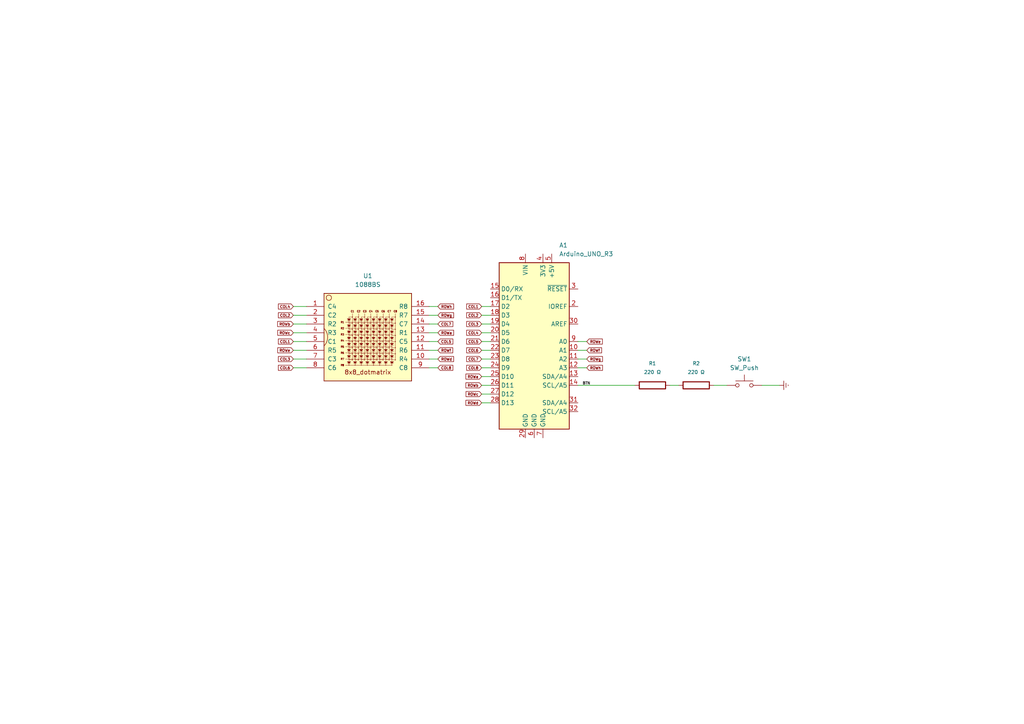
<source format=kicad_sch>
(kicad_sch (version 20250114) (generator "eeschema") (generator_version "9.0")
  (paper "A4")
  (title_block (title "Modular die roller") (date "2025-10-18") (company "Rotaru Darius"))
  (lib_symbols
    (symbol "LED_1088bs:1088BS" (pin_names (offset 1.016))
      (property "Reference" "U" (at 7.62 11.43 0))
      (property "Value" "1088BS" (at 0 11.43 0))
      (symbol "1088BS_0_0"
        (text "8x8_dotmatrix" (at 0 -10.16 0) (effects (font (size 1.27 1.27))))
      )
      (symbol "1088BS_1_1"
        (text "R1" (at -7.366 4.318 0) (effects (font (size 0.508 0.508))))
        (text "R2" (at -7.366 2.54 0) (effects (font (size 0.508 0.508))))
        (text "R3" (at -7.366 0.762 0) (effects (font (size 0.508 0.508))))
        (text "R4" (at -7.366 -1.016 0) (effects (font (size 0.508 0.508))))
        (text "R5" (at -7.366 -2.794 0) (effects (font (size 0.508 0.508))))
        (text "R6" (at -7.366 -4.572 0) (effects (font (size 0.508 0.508))))
        (text "R7" (at -7.366 -6.35 0) (effects (font (size 0.508 0.508))))
        (text "R8" (at -7.366 -8.128 0) (effects (font (size 0.508 0.508))))
        (text "C1" (at -4.445 7.493 0) (effects (font (size 0.508 0.508))))
        (text "C2" (at -2.667 7.493 0) (effects (font (size 0.508 0.508))))
        (text "C3" (at -0.889 7.493 0) (effects (font (size 0.508 0.508))))
        (text "C4" (at 0.889 7.493 0) (effects (font (size 0.508 0.508))))
        (text "C5" (at 2.667 7.493 0) (effects (font (size 0.508 0.508))))
        (text "C6" (at 4.445 7.493 0) (effects (font (size 0.508 0.508))))
        (text "C7" (at 6.223 7.493 0) (effects (font (size 0.508 0.508))))
        (text "C8" (at 8.001 7.493 0) (effects (font (size 0.508 0.508))))
        (pin input line (at -17.78 8.89 0) (length 5.08) (name "C4") (number "1"))
        (pin input line (at -17.78 6.35 0) (length 5.08) (name "C2") (number "2"))
        (pin input line (at -17.78 3.81 0) (length 5.08) (name "R2") (number "3"))
        (pin input line (at -17.78 1.27 0) (length 5.08) (name "R3") (number "4"))
        (pin input line (at -17.78 -1.27 0) (length 5.08) (name "C1") (number "5"))
        (pin input line (at -17.78 -3.81 0) (length 5.08) (name "R5") (number "6"))
        (pin input line (at -17.78 -6.35 0) (length 5.08) (name "C3") (number "7"))
        (pin input line (at -17.78 -8.89 0) (length 5.08) (name "C6") (number "8"))
        (pin input line (at 17.78 8.89 180) (length 5.08) (name "R8") (number "16"))
        (pin input line (at 17.78 6.35 180) (length 5.08) (name "R7") (number "15"))
        (pin input line (at 17.78 3.81 180) (length 5.08) (name "C7") (number "14"))
        (pin input line (at 17.78 1.27 180) (length 5.08) (name "R1") (number "13"))
        (pin input line (at 17.78 -1.27 180) (length 5.08) (name "C5") (number "12"))
        (pin input line (at 17.78 -3.81 180) (length 5.08) (name "R6") (number "11"))
        (pin input line (at 17.78 -6.35 180) (length 5.08) (name "R4") (number "10"))
        (pin input line (at 17.78 -8.89 180) (length 5.08) (name "C8") (number "9"))
      )
    )
    (symbol "MCU_Module:Arduino_UNO_R3"
      (property "Reference" "A" (at -10.16 23.495 0))
      (property "Value" "Arduino_UNO_R3" (at 5.08 -26.67 0))
      (symbol "Arduino_UNO_R3_1_1"
        (pin bidirectional line (at -12.7 15.24 0) (length 2.54) (name "D0/RX") (number "15"))
        (pin bidirectional line (at -12.7 12.7 0) (length 2.54) (name "D1/TX") (number "16"))
        (pin bidirectional line (at -12.7 10.16 0) (length 2.54) (name "D2") (number "17"))
        (pin bidirectional line (at -12.7 7.62 0) (length 2.54) (name "D3") (number "18"))
        (pin bidirectional line (at -12.7 5.08 0) (length 2.54) (name "D4") (number "19"))
        (pin bidirectional line (at -12.7 2.54 0) (length 2.54) (name "D5") (number "20"))
        (pin bidirectional line (at -12.7 0 0) (length 2.54) (name "D6") (number "21"))
        (pin bidirectional line (at -12.7 -2.54 0) (length 2.54) (name "D7") (number "22"))
        (pin bidirectional line (at -12.7 -5.08 0) (length 2.54) (name "D8") (number "23"))
        (pin bidirectional line (at -12.7 -7.62 0) (length 2.54) (name "D9") (number "24"))
        (pin bidirectional line (at -12.7 -10.16 0) (length 2.54) (name "D10") (number "25"))
        (pin bidirectional line (at -12.7 -12.7 0) (length 2.54) (name "D11") (number "26"))
        (pin bidirectional line (at -12.7 -15.24 0) (length 2.54) (name "D12") (number "27"))
        (pin bidirectional line (at -12.7 -17.78 0) (length 2.54) (name "D13") (number "28"))
        (pin no_connect line (at -10.16 -20.32 0) (length 2.54) (hide yes) (name "NC") (number "1"))
        (pin power_in line (at -2.54 25.4 270) (length 2.54) (name "VIN") (number "8"))
        (pin power_in line (at -2.54 -27.94 90) (length 2.54) (name "GND") (number "29"))
        (pin power_in line (at 0 -27.94 90) (length 2.54) (name "GND") (number "6"))
        (pin power_out line (at 2.54 25.4 270) (length 2.54) (name "3V3") (number "4"))
        (pin power_in line (at 2.54 -27.94 90) (length 2.54) (name "GND") (number "7"))
        (pin power_out line (at 5.08 25.4 270) (length 2.54) (name "+5V") (number "5"))
        (pin input line (at 12.7 15.24 180) (length 2.54) (name "~{RESET}") (number "3"))
        (pin output line (at 12.7 10.16 180) (length 2.54) (name "IOREF") (number "2"))
        (pin input line (at 12.7 5.08 180) (length 2.54) (name "AREF") (number "30"))
        (pin bidirectional line (at 12.7 0 180) (length 2.54) (name "A0") (number "9"))
        (pin bidirectional line (at 12.7 -2.54 180) (length 2.54) (name "A1") (number "10"))
        (pin bidirectional line (at 12.7 -5.08 180) (length 2.54) (name "A2") (number "11"))
        (pin bidirectional line (at 12.7 -7.62 180) (length 2.54) (name "A3") (number "12"))
        (pin bidirectional line (at 12.7 -10.16 180) (length 2.54) (name "SDA/A4") (number "13"))
        (pin bidirectional line (at 12.7 -12.7 180) (length 2.54) (name "SCL/A5") (number "14"))
        (pin bidirectional line (at 12.7 -17.78 180) (length 2.54) (name "SDA/A4") (number "31"))
        (pin bidirectional line (at 12.7 -20.32 180) (length 2.54) (name "SCL/A5") (number "32"))
      )
    )
    (symbol "PL_resistors:R" (pin_numbers (hide yes)) (pin_names (offset 0))
      (property "Reference" "R" (at 2.032 0 90))
      (property "Value" "R" (at 0 0 90))
      (symbol "R_1_1"
        (pin passive line (at 0 5.08 270) (length 1.27) (name "~") (number "1"))
        (pin passive line (at 0 -5.08 90) (length 1.27) (name "~") (number "2"))
      )
    )
    (symbol "Switch:SW_Push" (pin_numbers (hide yes)) (pin_names (offset 1.016) (hide yes))
      (property "Reference" "SW" (at 1.27 2.54 0))
      (property "Value" "SW_Push" (at 0 -1.524 0))
      (symbol "SW_Push_0_1"
        (pin passive line (at -5.08 0 0) (length 2.54) (name "1") (number "1"))
        (pin passive line (at 5.08 0 180) (length 2.54) (name "2") (number "2"))
      )
    )
    (symbol "power:Earth" (power) (pin_names (offset 0))
      (symbol "Earth_1_1"
        (pin power_in line (at 0 0 270) (length 0) (hide yes) (name "Earth") (number "1"))
      )
    )
  )
  (wire (pts (xy 124.46 93.98) (xy 127 93.98)))
  (wire (pts (xy 85.09 104.14) (xy 88.9 104.14)))
  (wire (pts (xy 124.46 88.9) (xy 127 88.9)))
  (wire (pts (xy 85.09 99.06) (xy 88.9 99.06)))
  (wire (pts (xy 139.7 91.44) (xy 142.24 91.44)))
  (wire (pts (xy 194.31 111.76) (xy 196.85 111.76)))
  (wire (pts (xy 139.7 114.3) (xy 142.24 114.3)))
  (wire (pts (xy 139.7 109.22) (xy 142.24 109.22)))
  (wire (pts (xy 207.01 111.76) (xy 210.82 111.76)))
  (wire (pts (xy 85.09 91.44) (xy 88.9 91.44)))
  (wire (pts (xy 124.46 91.44) (xy 127 91.44)))
  (wire (pts (xy 220.98 111.76) (xy 226.06 111.76)))
  (wire (pts (xy 139.7 104.14) (xy 142.24 104.14)))
  (wire (pts (xy 124.46 104.14) (xy 127 104.14)))
  (wire (pts (xy 85.09 88.9) (xy 88.9 88.9)))
  (wire (pts (xy 167.64 101.6) (xy 170.18 101.6)))
  (wire (pts (xy 124.46 96.52) (xy 127 96.52)))
  (wire (pts (xy 124.46 106.68) (xy 127 106.68)))
  (wire (pts (xy 139.7 116.84) (xy 142.24 116.84)))
  (wire (pts (xy 167.64 106.68) (xy 170.18 106.68)))
  (wire (pts (xy 85.09 106.68) (xy 88.9 106.68)))
  (wire (pts (xy 139.7 96.52) (xy 142.24 96.52)))
  (wire (pts (xy 124.46 99.06) (xy 127 99.06)))
  (wire (pts (xy 167.64 99.06) (xy 170.18 99.06)))
  (wire (pts (xy 85.09 93.98) (xy 88.9 93.98)))
  (wire (pts (xy 167.64 104.14) (xy 170.18 104.14)))
  (wire (pts (xy 139.7 101.6) (xy 142.24 101.6)))
  (wire (pts (xy 85.09 96.52) (xy 88.9 96.52)))
  (wire (pts (xy 85.09 101.6) (xy 88.9 101.6)))
  (wire (pts (xy 139.7 111.76) (xy 142.24 111.76)))
  (wire (pts (xy 124.46 101.6) (xy 127 101.6)))
  (wire (pts (xy 139.7 99.06) (xy 142.24 99.06)))
  (wire (pts (xy 139.7 93.98) (xy 142.24 93.98)))
  (wire (pts (xy 139.7 88.9) (xy 142.24 88.9)))
  (wire (pts (xy 167.64 111.76) (xy 184.15 111.76)))
  (wire (pts (xy 139.7 106.68) (xy 142.24 106.68)))
  (label "BTN" (at 168.91 111.76 0) (effects (font (size 0.762 0.762))))
  (global_label "ROWf" (shape input) (at 127 101.6 0) (effects (font (size 0.762 0.762))) (property "Intersheetrefs" "${INTERSHEET_REFS}" (effects (hide yes))))
  (global_label "ROWa" (shape input) (at 139.7 109.22 180) (effects (font (size 0.762 0.762))) (property "Intersheetrefs" "${INTERSHEET_REFS}" (effects (hide yes))))
  (global_label "ROWb" (shape input) (at 139.7 111.76 180) (effects (font (size 0.762 0.762))) (property "Intersheetrefs" "${INTERSHEET_REFS}" (effects (hide yes))))
  (global_label "ROWb" (shape input) (at 85.09 93.98 180) (effects (font (size 0.762 0.762))) (property "Intersheetrefs" "${INTERSHEET_REFS}" (effects (hide yes))))
  (global_label "ROWh" (shape input) (at 170.18 106.68 0) (effects (font (size 0.762 0.762))) (property "Intersheetrefs" "${INTERSHEET_REFS}" (effects (hide yes))))
  (global_label "COL2" (shape input) (at 85.09 91.44 180) (effects (font (size 0.762 0.762))) (property "Intersheetrefs" "${INTERSHEET_REFS}" (effects (hide yes))))
  (global_label "ROWh" (shape input) (at 127 88.9 0) (effects (font (size 0.762 0.762))) (property "Intersheetrefs" "${INTERSHEET_REFS}" (effects (hide yes))))
  (global_label "ROWe" (shape input) (at 170.18 99.06 0) (effects (font (size 0.762 0.762))) (property "Intersheetrefs" "${INTERSHEET_REFS}" (effects (hide yes))))
  (global_label "COL1" (shape input) (at 139.7 88.9 180) (effects (font (size 0.762 0.762))) (property "Intersheetrefs" "${INTERSHEET_REFS}" (effects (hide yes))))
  (global_label "COL7" (shape input) (at 139.7 104.14 180) (effects (font (size 0.762 0.762))) (property "Intersheetrefs" "${INTERSHEET_REFS}" (effects (hide yes))))
  (global_label "COL2" (shape input) (at 139.7 91.44 180) (effects (font (size 0.762 0.762))) (property "Intersheetrefs" "${INTERSHEET_REFS}" (effects (hide yes))))
  (global_label "ROWc" (shape input) (at 85.09 96.52 180) (effects (font (size 0.762 0.762))) (property "Intersheetrefs" "${INTERSHEET_REFS}" (effects (hide yes))))
  (global_label "COL7" (shape input) (at 127 93.98 0) (effects (font (size 0.762 0.762))) (property "Intersheetrefs" "${INTERSHEET_REFS}" (effects (hide yes))))
  (global_label "COL4" (shape input) (at 85.09 88.9 180) (effects (font (size 0.762 0.762))) (property "Intersheetrefs" "${INTERSHEET_REFS}" (effects (hide yes))))
  (global_label "ROWa" (shape input) (at 127 96.52 0) (effects (font (size 0.762 0.762))) (property "Intersheetrefs" "${INTERSHEET_REFS}" (effects (hide yes))))
  (global_label "COL1" (shape input) (at 85.09 99.06 180) (effects (font (size 0.762 0.762))) (property "Intersheetrefs" "${INTERSHEET_REFS}" (effects (hide yes))))
  (global_label "COL4" (shape input) (at 139.7 96.52 180) (effects (font (size 0.762 0.762))) (property "Intersheetrefs" "${INTERSHEET_REFS}" (effects (hide yes))))
  (global_label "ROWe" (shape input) (at 85.09 101.6 180) (effects (font (size 0.762 0.762))) (property "Intersheetrefs" "${INTERSHEET_REFS}" (effects (hide yes))))
  (global_label "COL8" (shape input) (at 139.7 106.68 180) (effects (font (size 0.762 0.762))) (property "Intersheetrefs" "${INTERSHEET_REFS}" (effects (hide yes))))
  (global_label "COL6" (shape input) (at 85.09 106.68 180) (effects (font (size 0.762 0.762))) (property "Intersheetrefs" "${INTERSHEET_REFS}" (effects (hide yes))))
  (global_label "ROWg" (shape input) (at 127 91.44 0) (effects (font (size 0.762 0.762))) (property "Intersheetrefs" "${INTERSHEET_REFS}" (effects (hide yes))))
  (global_label "COL3" (shape input) (at 139.7 93.98 180) (effects (font (size 0.762 0.762))) (property "Intersheetrefs" "${INTERSHEET_REFS}" (effects (hide yes))))
  (global_label "ROWd" (shape input) (at 127 104.14 0) (effects (font (size 0.762 0.762))) (property "Intersheetrefs" "${INTERSHEET_REFS}" (effects (hide yes))))
  (global_label "ROWd" (shape input) (at 139.7 116.84 180) (effects (font (size 0.762 0.762))) (property "Intersheetrefs" "${INTERSHEET_REFS}" (effects (hide yes))))
  (global_label "COL5" (shape input) (at 139.7 99.06 180) (effects (font (size 0.762 0.762))) (property "Intersheetrefs" "${INTERSHEET_REFS}" (effects (hide yes))))
  (global_label "ROWf" (shape input) (at 170.18 101.6 0) (effects (font (size 0.762 0.762))) (property "Intersheetrefs" "${INTERSHEET_REFS}" (effects (hide yes))))
  (global_label "COL3" (shape input) (at 85.09 104.14 180) (effects (font (size 0.762 0.762))) (property "Intersheetrefs" "${INTERSHEET_REFS}" (effects (hide yes))))
  (global_label "ROWg" (shape input) (at 170.18 104.14 0) (effects (font (size 0.762 0.762))) (property "Intersheetrefs" "${INTERSHEET_REFS}" (effects (hide yes))))
  (global_label "COL8" (shape input) (at 127 106.68 0) (effects (font (size 0.762 0.762))) (property "Intersheetrefs" "${INTERSHEET_REFS}" (effects (hide yes))))
  (global_label "ROWc" (shape input) (at 139.7 114.3 180) (effects (font (size 0.762 0.762))) (property "Intersheetrefs" "${INTERSHEET_REFS}" (effects (hide yes))))
  (global_label "COL6" (shape input) (at 139.7 101.6 180) (effects (font (size 0.762 0.762))) (property "Intersheetrefs" "${INTERSHEET_REFS}" (effects (hide yes))))
  (global_label "COL5" (shape input) (at 127 99.06 0) (effects (font (size 0.762 0.762))) (property "Intersheetrefs" "${INTERSHEET_REFS}" (effects (hide yes))))
  (symbol (lib_id "PL_resistors:R") (at 189.23 111.76 90) (unit 1)
    (property "Reference" "R1" (at 189.23 105.41 90) (effects (font (size 1.016 1.016))))
    (property "Value" "220 Ω" (at 189.23 107.95 90) (effects (font (size 1.016 1.016))))
  )
  (symbol (lib_id "MCU_Module:Arduino_UNO_R3") (at 154.94 99.06 0) (unit 1)
    (property "Reference" "A1" (at 162.1633 71.12 0) (effects (justify left)))
    (property "Value" "Arduino_UNO_R3" (at 162.1633 73.66 0) (effects (justify left)))
    (property "Footprint" "Module:Arduino_UNO_R3" (effects (hide yes)))
    (property "Datasheet" "https://www.arduino.cc/en/Main/arduinoBoardUno" (effects (hide yes)))
    (property "Description" "Arduino UNO Microcontroller Module, release 3" (effects (hide yes)))
  )
  (symbol (lib_id "Switch:SW_Push") (at 215.9 111.76 0) (unit 1)
    (property "Reference" "SW1" (at 215.9 104.14 0))
    (property "Value" "SW_Push" (at 215.9 106.68 0))
  )
  (symbol (lib_id "power:Earth") (at 226.06 111.76 90) (unit 1)
    (property "Reference" "#PWR01" (effects (hide yes)))
    (property "Value" "Earth" (effects (hide yes)))
    (property "Description" "Power symbol creates a global label with name \"Earth\"" (effects (hide yes)))
  )
  (symbol (lib_id "LED_1088bs:1088BS") (at 106.68 97.79 0) (unit 1)
    (property "Reference" "U1" (at 106.68 80.01 0))
    (property "Value" "1088BS" (at 106.68 82.55 0))
  )
  (symbol (lib_id "PL_resistors:R") (at 201.93 111.76 90) (unit 1)
    (property "Reference" "R2" (at 201.93 105.41 90) (effects (font (size 1.016 1.016))))
    (property "Value" "220 Ω" (at 201.93 107.95 90) (effects (font (size 1.016 1.016))))
  )
)
</source>
